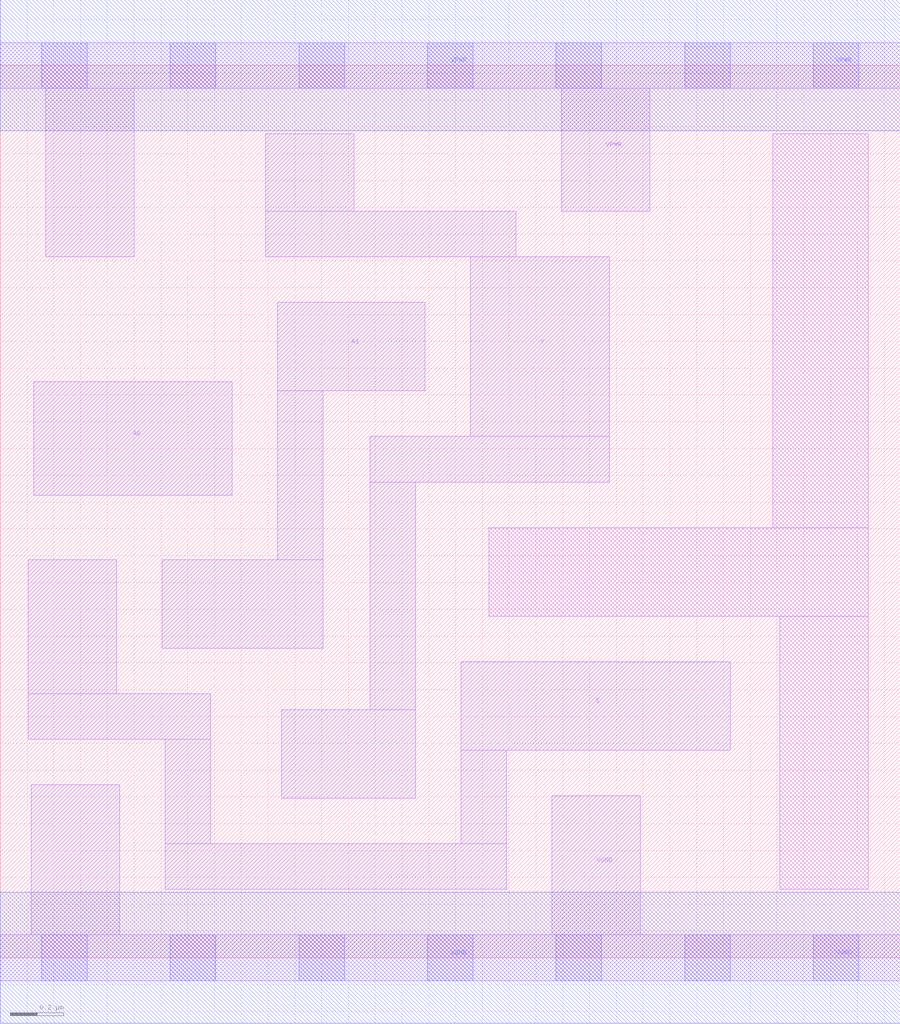
<source format=lef>
# Copyright 2020 The SkyWater PDK Authors
#
# Licensed under the Apache License, Version 2.0 (the "License");
# you may not use this file except in compliance with the License.
# You may obtain a copy of the License at
#
#     https://www.apache.org/licenses/LICENSE-2.0
#
# Unless required by applicable law or agreed to in writing, software
# distributed under the License is distributed on an "AS IS" BASIS,
# WITHOUT WARRANTIES OR CONDITIONS OF ANY KIND, either express or implied.
# See the License for the specific language governing permissions and
# limitations under the License.
#
# SPDX-License-Identifier: Apache-2.0

VERSION 5.7 ;
  NAMESCASESENSITIVE ON ;
  NOWIREEXTENSIONATPIN ON ;
  DIVIDERCHAR "/" ;
  BUSBITCHARS "[]" ;
UNITS
  DATABASE MICRONS 200 ;
END UNITS
MACRO sky130_fd_sc_lp__mux2i_lp
  CLASS CORE ;
  SOURCE USER ;
  FOREIGN sky130_fd_sc_lp__mux2i_lp ;
  ORIGIN  0.000000  0.000000 ;
  SIZE  3.360000 BY  3.330000 ;
  SYMMETRY X Y R90 ;
  SITE unit ;
  PIN A0
    ANTENNAGATEAREA  0.126000 ;
    DIRECTION INPUT ;
    USE SIGNAL ;
    PORT
      LAYER li1 ;
        RECT 0.125000 1.725000 0.865000 2.150000 ;
    END
  END A0
  PIN A1
    ANTENNAGATEAREA  0.126000 ;
    DIRECTION INPUT ;
    USE SIGNAL ;
    PORT
      LAYER li1 ;
        RECT 0.605000 1.155000 1.205000 1.485000 ;
        RECT 1.035000 1.485000 1.205000 2.115000 ;
        RECT 1.035000 2.115000 1.585000 2.445000 ;
    END
  END A1
  PIN S
    ANTENNAGATEAREA  0.378000 ;
    DIRECTION INPUT ;
    USE SIGNAL ;
    PORT
      LAYER li1 ;
        RECT 0.105000 0.815000 0.785000 0.985000 ;
        RECT 0.105000 0.985000 0.435000 1.485000 ;
        RECT 0.615000 0.255000 1.890000 0.425000 ;
        RECT 0.615000 0.425000 0.785000 0.815000 ;
        RECT 1.720000 0.425000 1.890000 0.775000 ;
        RECT 1.720000 0.775000 2.725000 1.105000 ;
    END
  END S
  PIN Y
    ANTENNADIFFAREA  0.401400 ;
    DIRECTION OUTPUT ;
    USE SIGNAL ;
    PORT
      LAYER li1 ;
        RECT 0.990000 2.615000 1.925000 2.785000 ;
        RECT 0.990000 2.785000 1.320000 3.075000 ;
        RECT 1.050000 0.595000 1.550000 0.925000 ;
        RECT 1.380000 0.925000 1.550000 1.775000 ;
        RECT 1.380000 1.775000 2.275000 1.945000 ;
        RECT 1.755000 1.945000 2.275000 2.615000 ;
    END
  END Y
  PIN VGND
    DIRECTION INOUT ;
    USE GROUND ;
    PORT
      LAYER li1 ;
        RECT 0.000000 -0.085000 3.360000 0.085000 ;
        RECT 0.115000  0.085000 0.445000 0.645000 ;
        RECT 2.060000  0.085000 2.390000 0.605000 ;
      LAYER mcon ;
        RECT 0.155000 -0.085000 0.325000 0.085000 ;
        RECT 0.635000 -0.085000 0.805000 0.085000 ;
        RECT 1.115000 -0.085000 1.285000 0.085000 ;
        RECT 1.595000 -0.085000 1.765000 0.085000 ;
        RECT 2.075000 -0.085000 2.245000 0.085000 ;
        RECT 2.555000 -0.085000 2.725000 0.085000 ;
        RECT 3.035000 -0.085000 3.205000 0.085000 ;
      LAYER met1 ;
        RECT 0.000000 -0.245000 3.360000 0.245000 ;
    END
  END VGND
  PIN VPWR
    DIRECTION INOUT ;
    USE POWER ;
    PORT
      LAYER li1 ;
        RECT 0.000000 3.245000 3.360000 3.415000 ;
        RECT 0.170000 2.615000 0.500000 3.245000 ;
        RECT 2.095000 2.785000 2.425000 3.245000 ;
      LAYER mcon ;
        RECT 0.155000 3.245000 0.325000 3.415000 ;
        RECT 0.635000 3.245000 0.805000 3.415000 ;
        RECT 1.115000 3.245000 1.285000 3.415000 ;
        RECT 1.595000 3.245000 1.765000 3.415000 ;
        RECT 2.075000 3.245000 2.245000 3.415000 ;
        RECT 2.555000 3.245000 2.725000 3.415000 ;
        RECT 3.035000 3.245000 3.205000 3.415000 ;
      LAYER met1 ;
        RECT 0.000000 3.085000 3.360000 3.575000 ;
    END
  END VPWR
  OBS
    LAYER li1 ;
      RECT 1.825000 1.275000 3.240000 1.605000 ;
      RECT 2.885000 1.605000 3.240000 3.075000 ;
      RECT 2.910000 0.255000 3.240000 1.275000 ;
  END
END sky130_fd_sc_lp__mux2i_lp

</source>
